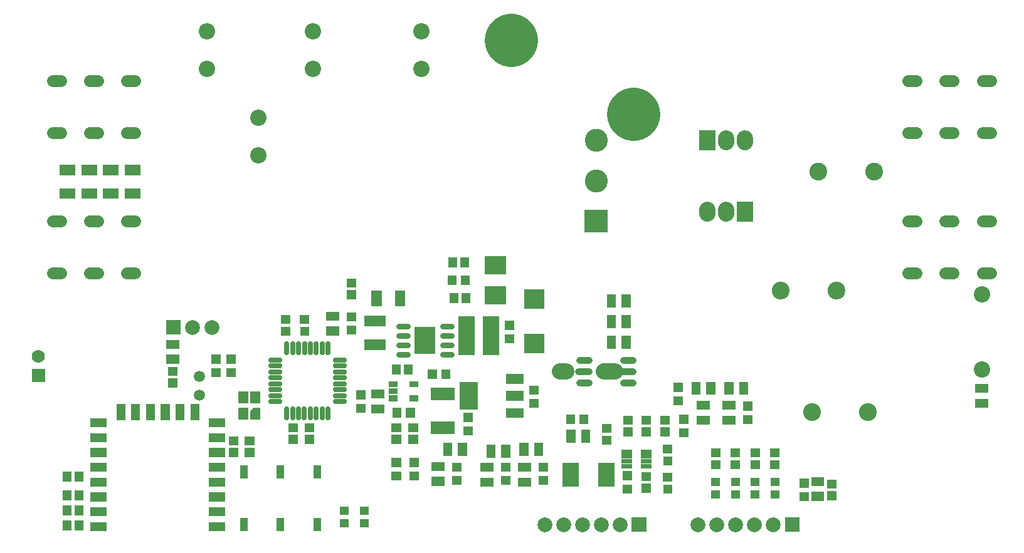
<source format=gts>
G04 Layer: TopSolderMaskLayer*
G04 EasyEDA v6.4.20.6, 2021-08-20T18:50:31+10:00*
G04 da2b955f28294749bdafdb94d24a6b32,8629367194b24dd88a5c18b2f13758b0,10*
G04 Gerber Generator version 0.2*
G04 Scale: 100 percent, Rotated: No, Reflected: No *
G04 Dimensions in millimeters *
G04 leading zeros omitted , absolute positions ,4 integer and 5 decimal *
%FSLAX45Y45*%
%MOMM*%

%ADD64C,2.2032*%
%ADD65C,0.8032*%
%ADD66C,0.9032*%
%ADD67C,0.6532*%
%ADD68C,1.6032*%
%ADD69C,7.2032*%
%ADD70C,1.5032*%
%ADD72C,2.0032*%
%ADD74C,3.1032*%
%ADD78R,1.3032X1.2032*%
%ADD92C,1.7780*%
%ADD95C,2.4032*%

%LPD*%
D64*
X-3726789Y-2018901D02*
G01*
X-3726789Y-1968901D01*
X-3472789Y-2018901D02*
G01*
X-3472789Y-1968901D01*
X-3726789Y-2934101D02*
G01*
X-3726789Y-2984101D01*
X-3980789Y-2934101D02*
G01*
X-3980789Y-2984101D01*
D65*
X-7432822Y-4890515D02*
G01*
X-7552822Y-4890515D01*
X-7432822Y-4763515D02*
G01*
X-7552822Y-4763515D01*
X-7432822Y-4636515D02*
G01*
X-7552822Y-4636515D01*
X-7432822Y-4509515D02*
G01*
X-7552822Y-4509515D01*
X-8027182Y-4890515D02*
G01*
X-8147182Y-4890515D01*
X-8027182Y-4763515D02*
G01*
X-8147182Y-4763515D01*
X-8027182Y-4636515D02*
G01*
X-8147182Y-4636515D01*
X-8027182Y-4509515D02*
G01*
X-8147182Y-4509515D01*
D64*
X-5886658Y-5118100D02*
G01*
X-5966658Y-5118100D01*
D66*
X-5581601Y-5118100D02*
G01*
X-5721601Y-5118100D01*
X-5581695Y-4967986D02*
G01*
X-5701695Y-4967986D01*
X-5581695Y-5268213D02*
G01*
X-5701695Y-5268213D01*
D67*
X-9657689Y-4746950D02*
G01*
X-9657689Y-4866949D01*
X-9577679Y-4746950D02*
G01*
X-9577679Y-4866949D01*
X-9497669Y-4746950D02*
G01*
X-9497669Y-4866949D01*
X-9417659Y-4746950D02*
G01*
X-9417659Y-4866949D01*
X-9337903Y-4746950D02*
G01*
X-9337903Y-4866949D01*
X-9257893Y-4746950D02*
G01*
X-9257893Y-4866949D01*
X-9177883Y-4746950D02*
G01*
X-9177883Y-4866949D01*
X-9097873Y-4746950D02*
G01*
X-9097873Y-4866949D01*
X-9001409Y-4964429D02*
G01*
X-8881409Y-4964429D01*
X-9001409Y-5044439D02*
G01*
X-8881409Y-5044439D01*
X-9001409Y-5124450D02*
G01*
X-8881409Y-5124450D01*
X-9001409Y-5204460D02*
G01*
X-8881409Y-5204460D01*
X-9001409Y-5284215D02*
G01*
X-8881409Y-5284215D01*
X-9001409Y-5364226D02*
G01*
X-8881409Y-5364226D01*
X-9001409Y-5444236D02*
G01*
X-8881409Y-5444236D01*
X-9001409Y-5524245D02*
G01*
X-8881409Y-5524245D01*
X-9098889Y-5623250D02*
G01*
X-9098889Y-5743249D01*
X-9178899Y-5623250D02*
G01*
X-9178899Y-5743249D01*
X-9258909Y-5623250D02*
G01*
X-9258909Y-5743249D01*
X-9338919Y-5623250D02*
G01*
X-9338919Y-5743249D01*
X-9418675Y-5623250D02*
G01*
X-9418675Y-5743249D01*
X-9498685Y-5623250D02*
G01*
X-9498685Y-5743249D01*
X-9578695Y-5623250D02*
G01*
X-9578695Y-5743249D01*
X-9658705Y-5623250D02*
G01*
X-9658705Y-5743249D01*
X-9875169Y-5523229D02*
G01*
X-9755169Y-5523229D01*
X-9875169Y-5443220D02*
G01*
X-9755169Y-5443220D01*
X-9875169Y-5363210D02*
G01*
X-9755169Y-5363210D01*
X-9875169Y-5283200D02*
G01*
X-9755169Y-5283200D01*
X-9875169Y-5203444D02*
G01*
X-9755169Y-5203444D01*
X-9875169Y-5123434D02*
G01*
X-9755169Y-5123434D01*
X-9875169Y-5043423D02*
G01*
X-9755169Y-5043423D01*
X-9875169Y-4963413D02*
G01*
X-9755169Y-4963413D01*
D64*
X-5224556Y-5118100D02*
G01*
X-5374556Y-5118100D01*
D66*
X-4989527Y-5118100D02*
G01*
X-5129527Y-5118100D01*
X-4989621Y-4967986D02*
G01*
X-5109621Y-4967986D01*
X-4989621Y-5268213D02*
G01*
X-5109621Y-5268213D01*
D68*
X-12816695Y-1187322D02*
G01*
X-12706695Y-1187322D01*
X-12316190Y-1187322D02*
G01*
X-12206188Y-1187322D01*
X-12816695Y-1887321D02*
G01*
X-12706695Y-1887321D01*
X-11815681Y-1187322D02*
G01*
X-11705681Y-1187322D01*
X-12316190Y-1887321D02*
G01*
X-12206188Y-1887321D01*
X-11815681Y-1887321D02*
G01*
X-11705681Y-1887321D01*
X-1265791Y-3087319D02*
G01*
X-1155791Y-3087319D01*
X-765284Y-3087319D02*
G01*
X-655284Y-3087319D01*
X-1265791Y-3787317D02*
G01*
X-1155791Y-3787317D01*
X-264777Y-3087319D02*
G01*
X-154777Y-3087319D01*
X-765284Y-3787317D02*
G01*
X-655284Y-3787317D01*
X-264777Y-3787317D02*
G01*
X-154777Y-3787317D01*
X-12816695Y-3087319D02*
G01*
X-12706695Y-3087319D01*
X-12316190Y-3087319D02*
G01*
X-12206188Y-3087319D01*
X-12816695Y-3787317D02*
G01*
X-12706695Y-3787317D01*
X-11815681Y-3087319D02*
G01*
X-11705681Y-3087319D01*
X-12316190Y-3787317D02*
G01*
X-12206188Y-3787317D01*
X-11815681Y-3787317D02*
G01*
X-11705681Y-3787317D01*
X-1265791Y-1187322D02*
G01*
X-1155791Y-1187322D01*
X-765284Y-1187322D02*
G01*
X-655284Y-1187322D01*
X-1265791Y-1887321D02*
G01*
X-1155791Y-1887321D01*
X-264777Y-1187322D02*
G01*
X-154777Y-1187322D01*
X-765284Y-1887321D02*
G01*
X-655284Y-1887321D01*
X-264777Y-1887321D02*
G01*
X-154777Y-1887321D01*
D69*
X-4980279Y-1638300D02*
G01*
X-4980279Y-1638300D01*
X-6630288Y-635000D02*
G01*
X-6630288Y-635000D01*
D70*
G01*
X-10838789Y-5181600D03*
G01*
X-10838789Y-5435600D03*
G36*
X-4090923Y-2129028D02*
G01*
X-4090923Y-1858771D01*
X-3870452Y-1858771D01*
X-3870452Y-2129028D01*
G37*
D72*
G01*
X-10667695Y-4521200D03*
G01*
X-10927689Y-4521200D03*
G36*
X-11287760Y-4621276D02*
G01*
X-11287760Y-4421123D01*
X-11087608Y-4421123D01*
X-11087608Y-4621276D01*
G37*
D74*
G01*
X-5479389Y-1994992D03*
G36*
X-5634481Y-3240278D02*
G01*
X-5634481Y-2929889D01*
X-5324347Y-2929889D01*
X-5324347Y-3240278D01*
G37*
G01*
X-5479389Y-2540000D03*
G36*
X-3582923Y-3094228D02*
G01*
X-3582923Y-2823971D01*
X-3362452Y-2823971D01*
X-3362452Y-3094228D01*
G37*
G36*
X-7928102Y-4882642D02*
G01*
X-7928102Y-4517389D01*
X-7651750Y-4517389D01*
X-7651750Y-4882642D01*
G37*
G36*
X-8227313Y-5742178D02*
G01*
X-8227313Y-5611621D01*
X-8106918Y-5611621D01*
X-8106918Y-5742178D01*
G37*
G36*
X-8047228Y-5742178D02*
G01*
X-8047228Y-5611621D01*
X-7927086Y-5611621D01*
X-7927086Y-5742178D01*
G37*
G36*
X-9633965Y-6096507D02*
G01*
X-9633965Y-5976112D01*
X-9503663Y-5976112D01*
X-9503663Y-6096507D01*
G37*
G36*
X-9633965Y-5936487D02*
G01*
X-9633965Y-5816092D01*
X-9503663Y-5816092D01*
X-9503663Y-5936487D01*
G37*
G36*
X-9418065Y-6096507D02*
G01*
X-9418065Y-5976112D01*
X-9287763Y-5976112D01*
X-9287763Y-6096507D01*
G37*
G36*
X-9418065Y-5936487D02*
G01*
X-9418065Y-5816092D01*
X-9287763Y-5816092D01*
X-9287763Y-5936487D01*
G37*
G36*
X-8937497Y-7056881D02*
G01*
X-8937497Y-6946392D01*
X-8817102Y-6946392D01*
X-8817102Y-7056881D01*
G37*
G36*
X-8937497Y-7226808D02*
G01*
X-8937497Y-7116571D01*
X-8817102Y-7116571D01*
X-8817102Y-7226808D01*
G37*
G36*
X-8670797Y-7056881D02*
G01*
X-8670797Y-6946392D01*
X-8550402Y-6946392D01*
X-8550402Y-7056881D01*
G37*
G36*
X-8670797Y-7226808D02*
G01*
X-8670797Y-7116571D01*
X-8550402Y-7116571D01*
X-8550402Y-7226808D01*
G37*
G36*
X-8609076Y-4507484D02*
G01*
X-8609076Y-4367276D01*
X-8318754Y-4367276D01*
X-8318754Y-4507484D01*
G37*
G36*
X-8609076Y-4827523D02*
G01*
X-8609076Y-4687315D01*
X-8318754Y-4687315D01*
X-8318754Y-4827523D01*
G37*
G36*
X-8516365Y-4232655D02*
G01*
X-8516365Y-4022344D01*
X-8375904Y-4022344D01*
X-8375904Y-4232655D01*
G37*
G36*
X-8196326Y-4232655D02*
G01*
X-8196326Y-4022344D01*
X-8055863Y-4022344D01*
X-8055863Y-4232655D01*
G37*
G36*
X-4191762Y-5434329D02*
G01*
X-4191762Y-5259070D01*
X-4071365Y-5259070D01*
X-4071365Y-5434329D01*
G37*
G36*
X-3991863Y-5434329D02*
G01*
X-3991863Y-5259070D01*
X-3871468Y-5259070D01*
X-3871468Y-5434329D01*
G37*
G36*
X-3747262Y-5434329D02*
G01*
X-3747262Y-5259070D01*
X-3626865Y-5259070D01*
X-3626865Y-5434329D01*
G37*
G36*
X-3547363Y-5434329D02*
G01*
X-3547363Y-5259070D01*
X-3426968Y-5259070D01*
X-3426968Y-5434329D01*
G37*
G36*
X-4119371Y-5837173D02*
G01*
X-4119371Y-5716778D01*
X-3943857Y-5716778D01*
X-3943857Y-5837173D01*
G37*
G36*
X-4119371Y-5637021D02*
G01*
X-4119371Y-5516626D01*
X-3943857Y-5516626D01*
X-3943857Y-5637021D01*
G37*
G36*
X-3776471Y-5637021D02*
G01*
X-3776471Y-5516626D01*
X-3600957Y-5516626D01*
X-3600957Y-5637021D01*
G37*
G36*
X-3776471Y-5837173D02*
G01*
X-3776471Y-5716778D01*
X-3600957Y-5716778D01*
X-3600957Y-5837173D01*
G37*
G36*
X-4439665Y-5393181D02*
G01*
X-4439665Y-5272786D01*
X-4309363Y-5272786D01*
X-4309363Y-5393181D01*
G37*
G36*
X-4439665Y-5573013D02*
G01*
X-4439665Y-5452871D01*
X-4309363Y-5452871D01*
X-4309363Y-5573013D01*
G37*
G36*
X-3499865Y-5647181D02*
G01*
X-3499865Y-5526786D01*
X-3369563Y-5526786D01*
X-3369563Y-5647181D01*
G37*
G36*
X-3499865Y-5827013D02*
G01*
X-3499865Y-5706871D01*
X-3369563Y-5706871D01*
X-3369563Y-5827013D01*
G37*
G36*
X-3131565Y-6439407D02*
G01*
X-3131565Y-6319012D01*
X-3001263Y-6319012D01*
X-3001263Y-6439407D01*
G37*
G36*
X-3131565Y-6279387D02*
G01*
X-3131565Y-6158992D01*
X-3001263Y-6158992D01*
X-3001263Y-6279387D01*
G37*
G36*
X-3126486Y-6663181D02*
G01*
X-3126486Y-6552692D01*
X-3006344Y-6552692D01*
X-3006344Y-6663181D01*
G37*
G36*
X-3126486Y-6833108D02*
G01*
X-3126486Y-6722871D01*
X-3006344Y-6722871D01*
X-3006344Y-6833108D01*
G37*
G36*
X-6515862Y-6259829D02*
G01*
X-6515862Y-6084570D01*
X-6395465Y-6084570D01*
X-6395465Y-6259829D01*
G37*
G36*
X-6315963Y-6259829D02*
G01*
X-6315963Y-6084570D01*
X-6195568Y-6084570D01*
X-6195568Y-6259829D01*
G37*
G36*
X-6960362Y-6285229D02*
G01*
X-6960362Y-6109970D01*
X-6839965Y-6109970D01*
X-6839965Y-6285229D01*
G37*
G36*
X-6760463Y-6285229D02*
G01*
X-6760463Y-6109970D01*
X-6640068Y-6109970D01*
X-6640068Y-6285229D01*
G37*
G36*
X-6532371Y-6475221D02*
G01*
X-6532371Y-6354826D01*
X-6356857Y-6354826D01*
X-6356857Y-6475221D01*
G37*
G36*
X-6532371Y-6675373D02*
G01*
X-6532371Y-6554978D01*
X-6356857Y-6554978D01*
X-6356857Y-6675373D01*
G37*
G36*
X-7040371Y-6475221D02*
G01*
X-7040371Y-6354826D01*
X-6864858Y-6354826D01*
X-6864858Y-6475221D01*
G37*
G36*
X-7040371Y-6675373D02*
G01*
X-7040371Y-6554978D01*
X-6864858Y-6554978D01*
X-6864858Y-6675373D01*
G37*
G36*
X-6255765Y-6472681D02*
G01*
X-6255765Y-6352286D01*
X-6125463Y-6352286D01*
X-6125463Y-6472681D01*
G37*
G36*
X-6255765Y-6652513D02*
G01*
X-6255765Y-6532371D01*
X-6125463Y-6532371D01*
X-6125463Y-6652513D01*
G37*
G36*
X-6763765Y-6472681D02*
G01*
X-6763765Y-6352286D01*
X-6633463Y-6352286D01*
X-6633463Y-6472681D01*
G37*
G36*
X-6763765Y-6652513D02*
G01*
X-6763765Y-6532371D01*
X-6633463Y-6532371D01*
X-6633463Y-6652513D01*
G37*
G36*
X-7544562Y-6259829D02*
G01*
X-7544562Y-6084570D01*
X-7424165Y-6084570D01*
X-7424165Y-6259829D01*
G37*
G36*
X-7344663Y-6259829D02*
G01*
X-7344663Y-6084570D01*
X-7224268Y-6084570D01*
X-7224268Y-6259829D01*
G37*
G36*
X-7700771Y-6462521D02*
G01*
X-7700771Y-6342126D01*
X-7525258Y-6342126D01*
X-7525258Y-6462521D01*
G37*
G36*
X-7700771Y-6662673D02*
G01*
X-7700771Y-6542278D01*
X-7525258Y-6542278D01*
X-7525258Y-6662673D01*
G37*
G36*
X-7424165Y-6472681D02*
G01*
X-7424165Y-6352286D01*
X-7293863Y-6352286D01*
X-7293863Y-6472681D01*
G37*
G36*
X-7424165Y-6652513D02*
G01*
X-7424165Y-6532371D01*
X-7293863Y-6532371D01*
X-7293863Y-6652513D01*
G37*
G36*
X-7709662Y-5967221D02*
G01*
X-7709662Y-5796787D01*
X-7389368Y-5796787D01*
X-7389368Y-5967221D01*
G37*
G36*
X-7709662Y-5506212D02*
G01*
X-7709662Y-5335778D01*
X-7389368Y-5335778D01*
X-7389368Y-5506212D01*
G37*
G36*
X-7271765Y-5979413D02*
G01*
X-7271765Y-5859018D01*
X-7141463Y-5859018D01*
X-7141463Y-5979413D01*
G37*
G36*
X-7271765Y-5799328D02*
G01*
X-7271765Y-5679186D01*
X-7141463Y-5679186D01*
X-7141463Y-5799328D01*
G37*
G36*
X-6382765Y-5431281D02*
G01*
X-6382765Y-5310886D01*
X-6252463Y-5310886D01*
X-6252463Y-5431281D01*
G37*
G36*
X-6382765Y-5611113D02*
G01*
X-6382765Y-5490971D01*
X-6252463Y-5490971D01*
X-6252463Y-5611113D01*
G37*
G36*
X-7319010Y-5633465D02*
G01*
X-7319010Y-5263134D01*
X-7078726Y-5263134D01*
X-7078726Y-5633465D01*
G37*
G36*
X-6699250Y-5283454D02*
G01*
X-6699250Y-5153152D01*
X-6458965Y-5153152D01*
X-6458965Y-5283454D01*
G37*
G36*
X-6699250Y-5513578D02*
G01*
X-6699250Y-5383021D01*
X-6458965Y-5383021D01*
X-6458965Y-5513578D01*
G37*
G36*
X-6699250Y-5743447D02*
G01*
X-6699250Y-5613145D01*
X-6458965Y-5613145D01*
X-6458965Y-5743447D01*
G37*
G36*
X-5404865Y-6109207D02*
G01*
X-5404865Y-5988812D01*
X-5274563Y-5988812D01*
X-5274563Y-6109207D01*
G37*
G36*
X-5404865Y-5949187D02*
G01*
X-5404865Y-5828792D01*
X-5274563Y-5828792D01*
X-5274563Y-5949187D01*
G37*
G36*
X-360171Y-5408421D02*
G01*
X-360171Y-5288026D01*
X-184657Y-5288026D01*
X-184657Y-5408421D01*
G37*
G36*
X-360171Y-5608573D02*
G01*
X-360171Y-5488178D01*
X-184657Y-5488178D01*
X-184657Y-5608573D01*
G37*
G36*
X-12721844Y-2462784D02*
G01*
X-12721844Y-2322576D01*
X-12511531Y-2322576D01*
X-12511531Y-2462784D01*
G37*
G36*
X-12721844Y-2782823D02*
G01*
X-12721844Y-2642615D01*
X-12511531Y-2642615D01*
X-12511531Y-2782823D01*
G37*
G36*
X-12429744Y-2462784D02*
G01*
X-12429744Y-2322576D01*
X-12219431Y-2322576D01*
X-12219431Y-2462784D01*
G37*
G36*
X-12429744Y-2782823D02*
G01*
X-12429744Y-2642615D01*
X-12219431Y-2642615D01*
X-12219431Y-2782823D01*
G37*
G36*
X-12137644Y-2462784D02*
G01*
X-12137644Y-2322576D01*
X-11927331Y-2322576D01*
X-11927331Y-2462784D01*
G37*
G36*
X-12137644Y-2782823D02*
G01*
X-12137644Y-2642615D01*
X-11927331Y-2642615D01*
X-11927331Y-2782823D01*
G37*
G36*
X-11845544Y-2462784D02*
G01*
X-11845544Y-2322576D01*
X-11635231Y-2322576D01*
X-11635231Y-2462784D01*
G37*
G36*
X-11845544Y-2782823D02*
G01*
X-11845544Y-2642615D01*
X-11635231Y-2642615D01*
X-11635231Y-2782823D01*
G37*
G36*
X-7300976Y-4192778D02*
G01*
X-7300976Y-4062221D01*
X-7180834Y-4062221D01*
X-7180834Y-4192778D01*
G37*
G36*
X-7460995Y-4192778D02*
G01*
X-7460995Y-4062221D01*
X-7340600Y-4062221D01*
X-7340600Y-4192778D01*
G37*
G36*
X-9735565Y-4636007D02*
G01*
X-9735565Y-4515612D01*
X-9605263Y-4515612D01*
X-9605263Y-4636007D01*
G37*
G36*
X-9735565Y-4475987D02*
G01*
X-9735565Y-4355592D01*
X-9605263Y-4355592D01*
X-9605263Y-4475987D01*
G37*
G36*
X-4579365Y-6609587D02*
G01*
X-4579365Y-6489192D01*
X-4449063Y-6489192D01*
X-4449063Y-6609587D01*
G37*
D78*
G01*
X-4514189Y-6709384D03*
G36*
X-11259565Y-5334507D02*
G01*
X-11259565Y-5214112D01*
X-11129263Y-5214112D01*
X-11129263Y-5334507D01*
G37*
G36*
X-11259565Y-5174487D02*
G01*
X-11259565Y-5054092D01*
X-11129263Y-5054092D01*
X-11129263Y-5174487D01*
G37*
G36*
X-7473695Y-3710178D02*
G01*
X-7473695Y-3579621D01*
X-7353300Y-3579621D01*
X-7353300Y-3710178D01*
G37*
G36*
X-7313676Y-3710178D02*
G01*
X-7313676Y-3579621D01*
X-7193279Y-3579621D01*
X-7193279Y-3710178D01*
G37*
G36*
X-6452870Y-4266692D02*
G01*
X-6452870Y-4003802D01*
X-6182360Y-4003802D01*
X-6182360Y-4266692D01*
G37*
G36*
X-6452870Y-4871212D02*
G01*
X-6452870Y-4608321D01*
X-6182360Y-4608321D01*
X-6182360Y-4871212D01*
G37*
G36*
X-7483855Y-3951478D02*
G01*
X-7483855Y-3820921D01*
X-7363460Y-3820921D01*
X-7363460Y-3951478D01*
G37*
G36*
X-7303770Y-3951478D02*
G01*
X-7303770Y-3820921D01*
X-7183373Y-3820921D01*
X-7183373Y-3951478D01*
G37*
D64*
G01*
X-10038689Y-1689100D03*
G01*
X-10038689Y-2197100D03*
G01*
X-10737189Y-520700D03*
G01*
X-10737189Y-1028700D03*
G01*
X-9302089Y-520700D03*
G01*
X-9302089Y-1028700D03*
G01*
X-7841589Y-520700D03*
G01*
X-7841589Y-1028700D03*
G36*
X-8846565Y-4140707D02*
G01*
X-8846565Y-4020312D01*
X-8716263Y-4020312D01*
X-8716263Y-4140707D01*
G37*
G36*
X-8846565Y-3980687D02*
G01*
X-8846565Y-3860292D01*
X-8716263Y-3860292D01*
X-8716263Y-3980687D01*
G37*
G36*
X-7011923Y-4895595D02*
G01*
X-7011923Y-4375404D01*
X-6791705Y-4375404D01*
X-6791705Y-4895595D01*
G37*
G36*
X-7342123Y-4895595D02*
G01*
X-7342123Y-4375404D01*
X-7121652Y-4375404D01*
X-7121652Y-4895595D01*
G37*
D72*
G01*
X-6172200Y-7188200D03*
G01*
X-5918200Y-7188200D03*
G01*
X-5664200Y-7188200D03*
G01*
X-5410200Y-7188200D03*
G01*
X-5156200Y-7188200D03*
G36*
X-5002276Y-7288276D02*
G01*
X-5002276Y-7088123D01*
X-4802123Y-7088123D01*
X-4802123Y-7288276D01*
G37*
G36*
X-2932176Y-7288276D02*
G01*
X-2932176Y-7088123D01*
X-2732023Y-7088123D01*
X-2732023Y-7288276D01*
G37*
G01*
X-3086100Y-7188200D03*
G01*
X-3340100Y-7188200D03*
G01*
X-3594100Y-7188200D03*
G01*
X-3848100Y-7188200D03*
G01*
X-4102100Y-7188200D03*
G36*
X-8244078Y-6589013D02*
G01*
X-8244078Y-6468618D01*
X-8113521Y-6468618D01*
X-8113521Y-6589013D01*
G37*
G36*
X-8244078Y-6408928D02*
G01*
X-8244078Y-6288786D01*
X-8113521Y-6288786D01*
X-8113521Y-6408928D01*
G37*
G36*
X-10472165Y-5012181D02*
G01*
X-10472165Y-4891786D01*
X-10341863Y-4891786D01*
X-10341863Y-5012181D01*
G37*
G36*
X-10472165Y-5192013D02*
G01*
X-10472165Y-5071871D01*
X-10341863Y-5071871D01*
X-10341863Y-5192013D01*
G37*
G36*
X-10675365Y-5012181D02*
G01*
X-10675365Y-4891786D01*
X-10545063Y-4891786D01*
X-10545063Y-5012181D01*
G37*
G36*
X-10675365Y-5192013D02*
G01*
X-10675365Y-5071871D01*
X-10545063Y-5071871D01*
X-10545063Y-5192013D01*
G37*
G36*
X-7750555Y-5221478D02*
G01*
X-7750555Y-5090921D01*
X-7630160Y-5090921D01*
X-7630160Y-5221478D01*
G37*
G36*
X-7570470Y-5221478D02*
G01*
X-7570470Y-5090921D01*
X-7450073Y-5090921D01*
X-7450073Y-5221478D01*
G37*
G36*
X-8002778Y-6409181D02*
G01*
X-8002778Y-6288786D01*
X-7872221Y-6288786D01*
X-7872221Y-6409181D01*
G37*
G36*
X-8002778Y-6589013D02*
G01*
X-8002778Y-6468871D01*
X-7872221Y-6468871D01*
X-7872221Y-6589013D01*
G37*
G36*
X-5883655Y-5831078D02*
G01*
X-5883655Y-5700521D01*
X-5763260Y-5700521D01*
X-5763260Y-5831078D01*
G37*
G36*
X-5703570Y-5831078D02*
G01*
X-5703570Y-5700521D01*
X-5583173Y-5700521D01*
X-5583173Y-5831078D01*
G37*
G36*
X-6712965Y-4734813D02*
G01*
X-6712965Y-4614418D01*
X-6582663Y-4614418D01*
X-6582663Y-4734813D01*
G37*
G36*
X-6712965Y-4554728D02*
G01*
X-6712965Y-4434586D01*
X-6582663Y-4434586D01*
X-6582663Y-4554728D01*
G37*
G36*
X-8719565Y-5674613D02*
G01*
X-8719565Y-5554218D01*
X-8589263Y-5554218D01*
X-8589263Y-5674613D01*
G37*
G36*
X-8719565Y-5494528D02*
G01*
X-8719565Y-5374386D01*
X-8589263Y-5374386D01*
X-8589263Y-5494528D01*
G37*
G36*
X-8513571Y-5484621D02*
G01*
X-8513571Y-5364226D01*
X-8338058Y-5364226D01*
X-8338058Y-5484621D01*
G37*
G36*
X-8513571Y-5684773D02*
G01*
X-8513571Y-5564378D01*
X-8338058Y-5564378D01*
X-8338058Y-5684773D01*
G37*
G36*
X-10313415Y-5545581D02*
G01*
X-10313415Y-5385054D01*
X-10178034Y-5385054D01*
X-10178034Y-5545581D01*
G37*
G36*
X-10153395Y-5765545D02*
G01*
X-10153395Y-5647181D01*
X-10109454Y-5605271D01*
X-10018013Y-5605271D01*
X-10018013Y-5765545D01*
G37*
G36*
X-10313415Y-5765545D02*
G01*
X-10313415Y-5605271D01*
X-10178034Y-5605271D01*
X-10178034Y-5765545D01*
G37*
G36*
X-10153395Y-5545581D02*
G01*
X-10153395Y-5385054D01*
X-10018013Y-5385054D01*
X-10018013Y-5545581D01*
G37*
G36*
X-5880862Y-6082029D02*
G01*
X-5880862Y-5906770D01*
X-5760465Y-5906770D01*
X-5760465Y-6082029D01*
G37*
G36*
X-5680963Y-6082029D02*
G01*
X-5680963Y-5906770D01*
X-5560568Y-5906770D01*
X-5560568Y-6082029D01*
G37*
G36*
X-13099287Y-5257800D02*
G01*
X-13099287Y-5080000D01*
X-12921487Y-5080000D01*
X-12921487Y-5257800D01*
G37*
D92*
G01*
X-13010489Y-4914900D03*
G36*
X-9295637Y-6567170D02*
G01*
X-9295637Y-6386829D01*
X-9195562Y-6386829D01*
X-9195562Y-6567170D01*
G37*
G36*
X-9295637Y-7278370D02*
G01*
X-9295637Y-7098029D01*
X-9195562Y-7098029D01*
X-9195562Y-7278370D01*
G37*
G36*
X-9790937Y-6567170D02*
G01*
X-9790937Y-6386829D01*
X-9690862Y-6386829D01*
X-9690862Y-6567170D01*
G37*
G36*
X-9790937Y-7278370D02*
G01*
X-9790937Y-7098029D01*
X-9690862Y-7098029D01*
X-9690862Y-7278370D01*
G37*
G36*
X-10286237Y-6567170D02*
G01*
X-10286237Y-6386829D01*
X-10186162Y-6386829D01*
X-10186162Y-6567170D01*
G37*
G36*
X-10286237Y-7278370D02*
G01*
X-10286237Y-7098029D01*
X-10186162Y-7098029D01*
X-10186162Y-7278370D01*
G37*
G36*
X-8282939Y-5329936D02*
G01*
X-8282939Y-5249671D01*
X-8162797Y-5249671D01*
X-8162797Y-5329936D01*
G37*
G36*
X-8282939Y-5424931D02*
G01*
X-8282939Y-5344668D01*
X-8162797Y-5344668D01*
X-8162797Y-5424931D01*
G37*
G36*
X-8282939Y-5519928D02*
G01*
X-8282939Y-5439663D01*
X-8162797Y-5439663D01*
X-8162797Y-5519928D01*
G37*
G36*
X-8003031Y-5519928D02*
G01*
X-8003031Y-5439663D01*
X-7882636Y-5439663D01*
X-7882636Y-5519928D01*
G37*
G36*
X-8003031Y-5329936D02*
G01*
X-8003031Y-5249671D01*
X-7882636Y-5249671D01*
X-7882636Y-5329936D01*
G37*
G36*
X-5125465Y-6586981D02*
G01*
X-5125465Y-6466586D01*
X-4995163Y-6466586D01*
X-4995163Y-6586981D01*
G37*
G36*
X-5125465Y-6766813D02*
G01*
X-5125465Y-6646671D01*
X-4995163Y-6646671D01*
X-4995163Y-6766813D01*
G37*
G36*
X-4363465Y-5824981D02*
G01*
X-4363465Y-5704586D01*
X-4233163Y-5704586D01*
X-4233163Y-5824981D01*
G37*
G36*
X-4363465Y-6004813D02*
G01*
X-4363465Y-5884671D01*
X-4233163Y-5884671D01*
X-4233163Y-6004813D01*
G37*
G36*
X-9481565Y-4475987D02*
G01*
X-9481565Y-4355592D01*
X-9351263Y-4355592D01*
X-9351263Y-4475987D01*
G37*
D78*
G01*
X-9416389Y-4575784D03*
G36*
X-10225278Y-6114287D02*
G01*
X-10225278Y-5993892D01*
X-10094721Y-5993892D01*
X-10094721Y-6114287D01*
G37*
G36*
X-10225278Y-6274307D02*
G01*
X-10225278Y-6153912D01*
X-10094721Y-6153912D01*
X-10094721Y-6274307D01*
G37*
G36*
X-10441178Y-6114287D02*
G01*
X-10441178Y-5993892D01*
X-10310621Y-5993892D01*
X-10310621Y-6114287D01*
G37*
G36*
X-10441178Y-6274307D02*
G01*
X-10441178Y-6153912D01*
X-10310621Y-6153912D01*
X-10310621Y-6274307D01*
G37*
G36*
X-12520676Y-7062978D02*
G01*
X-12520676Y-6932421D01*
X-12400534Y-6932421D01*
X-12400534Y-7062978D01*
G37*
G36*
X-12680695Y-7062978D02*
G01*
X-12680695Y-6932421D01*
X-12560300Y-6932421D01*
X-12560300Y-7062978D01*
G37*
G36*
X-12520676Y-7266178D02*
G01*
X-12520676Y-7135621D01*
X-12400534Y-7135621D01*
X-12400534Y-7266178D01*
G37*
G36*
X-12680695Y-7266178D02*
G01*
X-12680695Y-7135621D01*
X-12560300Y-7135621D01*
X-12560300Y-7266178D01*
G37*
G36*
X-4871465Y-5994907D02*
G01*
X-4871465Y-5874512D01*
X-4741163Y-5874512D01*
X-4741163Y-5994907D01*
G37*
G36*
X-4871465Y-5834887D02*
G01*
X-4871465Y-5714492D01*
X-4741163Y-5714492D01*
X-4741163Y-5834887D01*
G37*
G36*
X-4617465Y-5834887D02*
G01*
X-4617465Y-5714492D01*
X-4487163Y-5714492D01*
X-4487163Y-5834887D01*
G37*
G36*
X-4617465Y-5994907D02*
G01*
X-4617465Y-5874512D01*
X-4487163Y-5874512D01*
X-4487163Y-5994907D01*
G37*
G36*
X-4871465Y-6756908D02*
G01*
X-4871465Y-6636512D01*
X-4741163Y-6636512D01*
X-4741163Y-6756908D01*
G37*
G36*
X-4871465Y-6596887D02*
G01*
X-4871465Y-6476492D01*
X-4741163Y-6476492D01*
X-4741163Y-6596887D01*
G37*
G36*
X-5112765Y-5994907D02*
G01*
X-5112765Y-5874512D01*
X-4982463Y-5874512D01*
X-4982463Y-5994907D01*
G37*
G36*
X-5112765Y-5834887D02*
G01*
X-5112765Y-5714492D01*
X-4982463Y-5714492D01*
X-4982463Y-5834887D01*
G37*
G36*
X-12520676Y-6859778D02*
G01*
X-12520676Y-6729221D01*
X-12400534Y-6729221D01*
X-12400534Y-6859778D01*
G37*
G36*
X-12680695Y-6859778D02*
G01*
X-12680695Y-6729221D01*
X-12560300Y-6729221D01*
X-12560300Y-6859778D01*
G37*
G36*
X-4579365Y-6228587D02*
G01*
X-4579365Y-6108192D01*
X-4449063Y-6108192D01*
X-4449063Y-6228587D01*
G37*
G01*
X-4514189Y-6328384D03*
G36*
X-12520676Y-6605778D02*
G01*
X-12520676Y-6475221D01*
X-12400534Y-6475221D01*
X-12400534Y-6605778D01*
G37*
G36*
X-12680695Y-6605778D02*
G01*
X-12680695Y-6475221D01*
X-12560300Y-6475221D01*
X-12560300Y-6605778D01*
G37*
G36*
X-8244078Y-5936487D02*
G01*
X-8244078Y-5816092D01*
X-8113521Y-5816092D01*
X-8113521Y-5936487D01*
G37*
G36*
X-8244078Y-6096507D02*
G01*
X-8244078Y-5976112D01*
X-8113521Y-5976112D01*
X-8113521Y-6096507D01*
G37*
G36*
X-8015478Y-5936487D02*
G01*
X-8015478Y-5816092D01*
X-7884921Y-5816092D01*
X-7884921Y-5936487D01*
G37*
G36*
X-8015478Y-6096507D02*
G01*
X-8015478Y-5976112D01*
X-7884921Y-5976112D01*
X-7884921Y-6096507D01*
G37*
G36*
X-8235695Y-5157978D02*
G01*
X-8235695Y-5027421D01*
X-8115554Y-5027421D01*
X-8115554Y-5157978D01*
G37*
G36*
X-8075676Y-5157978D02*
G01*
X-8075676Y-5027421D01*
X-7955534Y-5027421D01*
X-7955534Y-5157978D01*
G37*
G36*
X-3931665Y-6439407D02*
G01*
X-3931665Y-6319012D01*
X-3801363Y-6319012D01*
X-3801363Y-6439407D01*
G37*
G36*
X-3931665Y-6279387D02*
G01*
X-3931665Y-6158992D01*
X-3801363Y-6158992D01*
X-3801363Y-6279387D01*
G37*
G36*
X-3664965Y-6439407D02*
G01*
X-3664965Y-6319012D01*
X-3534663Y-6319012D01*
X-3534663Y-6439407D01*
G37*
G36*
X-3664965Y-6279387D02*
G01*
X-3664965Y-6158992D01*
X-3534663Y-6158992D01*
X-3534663Y-6279387D01*
G37*
G36*
X-3398265Y-6439407D02*
G01*
X-3398265Y-6319012D01*
X-3267963Y-6319012D01*
X-3267963Y-6439407D01*
G37*
G36*
X-3398265Y-6279387D02*
G01*
X-3398265Y-6158992D01*
X-3267963Y-6158992D01*
X-3267963Y-6279387D01*
G37*
D95*
G01*
X-2476169Y-2413000D03*
G01*
X-1726184Y-2413000D03*
G01*
X-2565069Y-5664200D03*
G01*
X-1815084Y-5664200D03*
G36*
X-6984492Y-4213352D02*
G01*
X-6984492Y-3963923D01*
X-6692137Y-3963923D01*
X-6692137Y-4213352D01*
G37*
G36*
X-6984492Y-3808476D02*
G01*
X-6984492Y-3559047D01*
X-6692137Y-3559047D01*
X-6692137Y-3808476D01*
G37*
G36*
X-3926586Y-6663181D02*
G01*
X-3926586Y-6552692D01*
X-3806444Y-6552692D01*
X-3806444Y-6663181D01*
G37*
G36*
X-3926586Y-6833108D02*
G01*
X-3926586Y-6722871D01*
X-3806444Y-6722871D01*
X-3806444Y-6833108D01*
G37*
G36*
X-3659886Y-6663181D02*
G01*
X-3659886Y-6552692D01*
X-3539744Y-6552692D01*
X-3539744Y-6663181D01*
G37*
G36*
X-3659886Y-6833108D02*
G01*
X-3659886Y-6722871D01*
X-3539744Y-6722871D01*
X-3539744Y-6833108D01*
G37*
G36*
X-3393186Y-6663181D02*
G01*
X-3393186Y-6552692D01*
X-3273044Y-6552692D01*
X-3273044Y-6663181D01*
G37*
G36*
X-3393186Y-6833108D02*
G01*
X-3393186Y-6722871D01*
X-3273044Y-6722871D01*
X-3273044Y-6833108D01*
G37*
G36*
X-5134863Y-4812029D02*
G01*
X-5134863Y-4636770D01*
X-5014468Y-4636770D01*
X-5014468Y-4812029D01*
G37*
G36*
X-5334762Y-4812029D02*
G01*
X-5334762Y-4636770D01*
X-5214365Y-4636770D01*
X-5214365Y-4812029D01*
G37*
G36*
X-12307824Y-7274052D02*
G01*
X-12307824Y-7153910D01*
X-12087605Y-7153910D01*
X-12087605Y-7274052D01*
G37*
G36*
X-12307824Y-7074154D02*
G01*
X-12307824Y-6953758D01*
X-12087605Y-6953758D01*
X-12087605Y-7074154D01*
G37*
G36*
X-12307824Y-6874002D02*
G01*
X-12307824Y-6753860D01*
X-12087605Y-6753860D01*
X-12087605Y-6874002D01*
G37*
G36*
X-12307824Y-6674104D02*
G01*
X-12307824Y-6553708D01*
X-12087352Y-6553708D01*
X-12087352Y-6674104D01*
G37*
G36*
X-12307824Y-6474205D02*
G01*
X-12307824Y-6353810D01*
X-12087605Y-6353810D01*
X-12087605Y-6474205D01*
G37*
G36*
X-12307824Y-6274054D02*
G01*
X-12307824Y-6153912D01*
X-12087605Y-6153912D01*
X-12087605Y-6274054D01*
G37*
G36*
X-12307824Y-6074155D02*
G01*
X-12307824Y-5953760D01*
X-12087352Y-5953760D01*
X-12087352Y-6074155D01*
G37*
G36*
X-12307570Y-5874004D02*
G01*
X-12307570Y-5753862D01*
X-12087352Y-5753862D01*
X-12087352Y-5874004D01*
G37*
G36*
X-11957558Y-5773928D02*
G01*
X-11957558Y-5553710D01*
X-11837162Y-5553710D01*
X-11837162Y-5773928D01*
G37*
G36*
X-11757405Y-5774181D02*
G01*
X-11757405Y-5553710D01*
X-11637010Y-5553710D01*
X-11637010Y-5774181D01*
G37*
G36*
X-11557508Y-5774181D02*
G01*
X-11557508Y-5553710D01*
X-11437112Y-5553710D01*
X-11437112Y-5774181D01*
G37*
G36*
X-11357355Y-5774181D02*
G01*
X-11357355Y-5553710D01*
X-11237213Y-5553710D01*
X-11237213Y-5774181D01*
G37*
G36*
X-11157458Y-5774181D02*
G01*
X-11157458Y-5553963D01*
X-11037315Y-5553963D01*
X-11037315Y-5774181D01*
G37*
G36*
X-10957813Y-5773928D02*
G01*
X-10957813Y-5553710D01*
X-10837418Y-5553710D01*
X-10837418Y-5773928D01*
G37*
G36*
X-10707624Y-5874004D02*
G01*
X-10707624Y-5753862D01*
X-10487405Y-5753862D01*
X-10487405Y-5874004D01*
G37*
G36*
X-10707624Y-6074155D02*
G01*
X-10707624Y-5953760D01*
X-10487405Y-5953760D01*
X-10487405Y-6074155D01*
G37*
G36*
X-10707624Y-6274054D02*
G01*
X-10707624Y-6153912D01*
X-10487405Y-6153912D01*
X-10487405Y-6274054D01*
G37*
G36*
X-10707624Y-6474205D02*
G01*
X-10707624Y-6353810D01*
X-10487405Y-6353810D01*
X-10487405Y-6474205D01*
G37*
G36*
X-10707624Y-6674104D02*
G01*
X-10707624Y-6553708D01*
X-10487405Y-6553708D01*
X-10487405Y-6674104D01*
G37*
G36*
X-10707624Y-6874002D02*
G01*
X-10707624Y-6753860D01*
X-10487405Y-6753860D01*
X-10487405Y-6874002D01*
G37*
G36*
X-10707624Y-7074154D02*
G01*
X-10707624Y-6953758D01*
X-10487405Y-6953758D01*
X-10487405Y-7074154D01*
G37*
G36*
X-10707624Y-7274052D02*
G01*
X-10707624Y-7153910D01*
X-10487405Y-7153910D01*
X-10487405Y-7274052D01*
G37*
D64*
G01*
X-272389Y-5092700D03*
G01*
X-272389Y-4076700D03*
G36*
X-5135626Y-6232397D02*
G01*
X-5135626Y-6171945D01*
X-4993131Y-6171945D01*
X-4993131Y-6232397D01*
G37*
G36*
X-5135626Y-6296405D02*
G01*
X-5135626Y-6235954D01*
X-4993131Y-6235954D01*
X-4993131Y-6296405D01*
G37*
G36*
X-5135626Y-6362445D02*
G01*
X-5135626Y-6301994D01*
X-4993131Y-6301994D01*
X-4993131Y-6362445D01*
G37*
G36*
X-5135626Y-6426454D02*
G01*
X-5135626Y-6366002D01*
X-4993131Y-6366002D01*
X-4993131Y-6426454D01*
G37*
G36*
X-4873497Y-6426454D02*
G01*
X-4873497Y-6366002D01*
X-4731257Y-6366002D01*
X-4731257Y-6426454D01*
G37*
G36*
X-4873497Y-6362445D02*
G01*
X-4873497Y-6301994D01*
X-4731257Y-6301994D01*
X-4731257Y-6362445D01*
G37*
G36*
X-4873497Y-6296405D02*
G01*
X-4873497Y-6235954D01*
X-4731257Y-6235954D01*
X-4731257Y-6296405D01*
G37*
G36*
X-4873497Y-6232397D02*
G01*
X-4873497Y-6171945D01*
X-4731257Y-6171945D01*
X-4731257Y-6232397D01*
G37*
G36*
X-5134863Y-4532629D02*
G01*
X-5134863Y-4357370D01*
X-5014468Y-4357370D01*
X-5014468Y-4532629D01*
G37*
G36*
X-5334762Y-4532629D02*
G01*
X-5334762Y-4357370D01*
X-5214365Y-4357370D01*
X-5214365Y-4532629D01*
G37*
G36*
X-5334762Y-4253229D02*
G01*
X-5334762Y-4077970D01*
X-5214365Y-4077970D01*
X-5214365Y-4253229D01*
G37*
G36*
X-5134863Y-4253229D02*
G01*
X-5134863Y-4077970D01*
X-5014468Y-4077970D01*
X-5014468Y-4253229D01*
G37*
G36*
X-11282171Y-5011673D02*
G01*
X-11282171Y-4891278D01*
X-11106658Y-4891278D01*
X-11106658Y-5011673D01*
G37*
G36*
X-11282171Y-4811521D02*
G01*
X-11282171Y-4691126D01*
X-11106658Y-4691126D01*
X-11106658Y-4811521D01*
G37*
G36*
X-2737865Y-6868413D02*
G01*
X-2737865Y-6748018D01*
X-2607563Y-6748018D01*
X-2607563Y-6868413D01*
G37*
G36*
X-2737865Y-6688328D02*
G01*
X-2737865Y-6568186D01*
X-2607563Y-6568186D01*
X-2607563Y-6688328D01*
G37*
G36*
X-8846565Y-4620513D02*
G01*
X-8846565Y-4500118D01*
X-8716263Y-4500118D01*
X-8716263Y-4620513D01*
G37*
G36*
X-8846565Y-4440428D02*
G01*
X-8846565Y-4320286D01*
X-8716263Y-4320286D01*
X-8716263Y-4440428D01*
G37*
G36*
X-9123171Y-4430521D02*
G01*
X-9123171Y-4310126D01*
X-8947658Y-4310126D01*
X-8947658Y-4430521D01*
G37*
G36*
X-9123171Y-4630673D02*
G01*
X-9123171Y-4510278D01*
X-8947658Y-4510278D01*
X-8947658Y-4630673D01*
G37*
G36*
X-2576829Y-6665721D02*
G01*
X-2576829Y-6545326D01*
X-2401570Y-6545326D01*
X-2401570Y-6665721D01*
G37*
G36*
X-2576829Y-6865873D02*
G01*
X-2576829Y-6745478D01*
X-2401570Y-6745478D01*
X-2401570Y-6865873D01*
G37*
G36*
X-5449823Y-6675373D02*
G01*
X-5449823Y-6354826D01*
X-5229605Y-6354826D01*
X-5229605Y-6675373D01*
G37*
G36*
X-5932423Y-6675373D02*
G01*
X-5932423Y-6354826D01*
X-5712205Y-6354826D01*
X-5712205Y-6675373D01*
G37*
G36*
X-2363978Y-6858508D02*
G01*
X-2363978Y-6738112D01*
X-2233421Y-6738112D01*
X-2233421Y-6858508D01*
G37*
G36*
X-2363978Y-6698487D02*
G01*
X-2363978Y-6578092D01*
X-2233421Y-6578092D01*
X-2233421Y-6698487D01*
G37*
D95*
G01*
X-2984169Y-4025900D03*
G01*
X-2234184Y-4025900D03*
M02*

</source>
